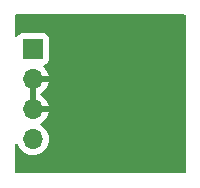
<source format=gbr>
%TF.GenerationSoftware,KiCad,Pcbnew,7.0.5*%
%TF.CreationDate,2023-06-08T09:16:15-06:00*%
%TF.ProjectId,VoltageRegulator,566f6c74-6167-4655-9265-67756c61746f,rev?*%
%TF.SameCoordinates,Original*%
%TF.FileFunction,Copper,L2,Bot*%
%TF.FilePolarity,Positive*%
%FSLAX46Y46*%
G04 Gerber Fmt 4.6, Leading zero omitted, Abs format (unit mm)*
G04 Created by KiCad (PCBNEW 7.0.5) date 2023-06-08 09:16:15*
%MOMM*%
%LPD*%
G01*
G04 APERTURE LIST*
%TA.AperFunction,ComponentPad*%
%ADD10R,1.700000X1.700000*%
%TD*%
%TA.AperFunction,ComponentPad*%
%ADD11O,1.700000X1.700000*%
%TD*%
G04 APERTURE END LIST*
D10*
%TO.P,J1,1,Pin_1*%
%TO.N,+BATT*%
X132080000Y-94625000D03*
D11*
%TO.P,J1,2,Pin_2*%
%TO.N,GND*%
X132080000Y-97165000D03*
%TO.P,J1,3,Pin_3*%
X132080000Y-99705000D03*
%TO.P,J1,4,Pin_4*%
%TO.N,VCC*%
X132080000Y-102245000D03*
%TD*%
%TA.AperFunction,Conductor*%
%TO.N,GND*%
G36*
X144977039Y-91713685D02*
G01*
X145022794Y-91766489D01*
X145034000Y-91818000D01*
X145034000Y-105032000D01*
X145014315Y-105099039D01*
X144961511Y-105144794D01*
X144910000Y-105156000D01*
X130680000Y-105156000D01*
X130612961Y-105136315D01*
X130567206Y-105083511D01*
X130556000Y-105032000D01*
X130556000Y-102717162D01*
X130575685Y-102650123D01*
X130628489Y-102604368D01*
X130697647Y-102594424D01*
X130761203Y-102623449D01*
X130798977Y-102682227D01*
X130799775Y-102685070D01*
X130806093Y-102708653D01*
X130806096Y-102708660D01*
X130806097Y-102708663D01*
X130905964Y-102922830D01*
X130905965Y-102922830D01*
X130905967Y-102922834D01*
X131014281Y-103077521D01*
X131041505Y-103116401D01*
X131208599Y-103283495D01*
X131305384Y-103351264D01*
X131402165Y-103419032D01*
X131402167Y-103419033D01*
X131402170Y-103419035D01*
X131616337Y-103518903D01*
X131844592Y-103580063D01*
X132032918Y-103596539D01*
X132079999Y-103600659D01*
X132080000Y-103600659D01*
X132080001Y-103600659D01*
X132119234Y-103597226D01*
X132315408Y-103580063D01*
X132543663Y-103518903D01*
X132757830Y-103419035D01*
X132951401Y-103283495D01*
X133118495Y-103116401D01*
X133254035Y-102922830D01*
X133353903Y-102708663D01*
X133415063Y-102480408D01*
X133435659Y-102245000D01*
X133415063Y-102009592D01*
X133353903Y-101781337D01*
X133254035Y-101567171D01*
X133118495Y-101373599D01*
X133118494Y-101373597D01*
X132951402Y-101206506D01*
X132951401Y-101206505D01*
X132765405Y-101076269D01*
X132721781Y-101021692D01*
X132714588Y-100952193D01*
X132746110Y-100889839D01*
X132765405Y-100873119D01*
X132951082Y-100743105D01*
X133118105Y-100576082D01*
X133253600Y-100382578D01*
X133353429Y-100168492D01*
X133353432Y-100168486D01*
X133410636Y-99955000D01*
X132513686Y-99955000D01*
X132539493Y-99914844D01*
X132580000Y-99776889D01*
X132580000Y-99633111D01*
X132539493Y-99495156D01*
X132513686Y-99455000D01*
X133410636Y-99455000D01*
X133410635Y-99454999D01*
X133353432Y-99241513D01*
X133353429Y-99241507D01*
X133253600Y-99027422D01*
X133253599Y-99027420D01*
X133118113Y-98833926D01*
X133118108Y-98833920D01*
X132951082Y-98666894D01*
X132764968Y-98536575D01*
X132721344Y-98481998D01*
X132714151Y-98412499D01*
X132745673Y-98350145D01*
X132764968Y-98333425D01*
X132951082Y-98203105D01*
X133118105Y-98036082D01*
X133253600Y-97842578D01*
X133353429Y-97628492D01*
X133353432Y-97628486D01*
X133410636Y-97415000D01*
X132513686Y-97415000D01*
X132539493Y-97374844D01*
X132580000Y-97236889D01*
X132580000Y-97093111D01*
X132539493Y-96955156D01*
X132513686Y-96915000D01*
X133410636Y-96915000D01*
X133410635Y-96914999D01*
X133353432Y-96701513D01*
X133353429Y-96701507D01*
X133253600Y-96487422D01*
X133253599Y-96487420D01*
X133118113Y-96293926D01*
X133118108Y-96293920D01*
X132996053Y-96171865D01*
X132962568Y-96110542D01*
X132967552Y-96040850D01*
X133009424Y-95984917D01*
X133040400Y-95968002D01*
X133172331Y-95918796D01*
X133287546Y-95832546D01*
X133373796Y-95717331D01*
X133424091Y-95582483D01*
X133430500Y-95522873D01*
X133430499Y-93727128D01*
X133424091Y-93667517D01*
X133373796Y-93532669D01*
X133373795Y-93532668D01*
X133373793Y-93532664D01*
X133287547Y-93417455D01*
X133287544Y-93417452D01*
X133172335Y-93331206D01*
X133172328Y-93331202D01*
X133037482Y-93280908D01*
X133037483Y-93280908D01*
X132977883Y-93274501D01*
X132977881Y-93274500D01*
X132977873Y-93274500D01*
X132977864Y-93274500D01*
X131182129Y-93274500D01*
X131182123Y-93274501D01*
X131122516Y-93280908D01*
X130987671Y-93331202D01*
X130987664Y-93331206D01*
X130872455Y-93417452D01*
X130872452Y-93417455D01*
X130780888Y-93539769D01*
X130778622Y-93538072D01*
X130739390Y-93577280D01*
X130671113Y-93592109D01*
X130605656Y-93567671D01*
X130563803Y-93511724D01*
X130556000Y-93468433D01*
X130556000Y-91818000D01*
X130575685Y-91750960D01*
X130628489Y-91705206D01*
X130680000Y-91694000D01*
X144910000Y-91694000D01*
X144977039Y-91713685D01*
G37*
%TD.AperFunction*%
%TA.AperFunction,Conductor*%
G36*
X132330000Y-99269498D02*
G01*
X132222315Y-99220320D01*
X132115763Y-99205000D01*
X132044237Y-99205000D01*
X131937685Y-99220320D01*
X131830000Y-99269498D01*
X131830000Y-97600501D01*
X131937685Y-97649680D01*
X132044237Y-97665000D01*
X132115763Y-97665000D01*
X132222315Y-97649680D01*
X132330000Y-97600501D01*
X132330000Y-99269498D01*
G37*
%TD.AperFunction*%
%TD*%
M02*

</source>
